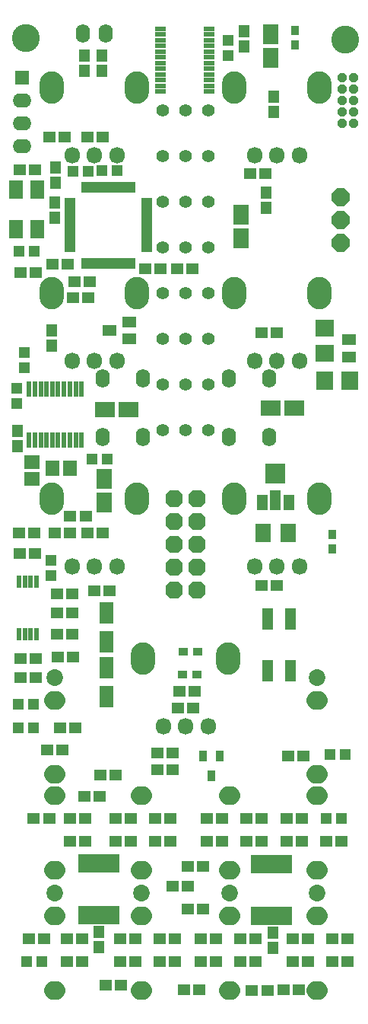
<source format=gts>
G04 DipTrace 3.2.0.1*
G04 beehive.GTS*
%MOIN*%
G04 #@! TF.FileFunction,Soldermask,Top*
G04 #@! TF.Part,Single*
%AMOUTLINE1*
4,1,4,
-0.039433,0.035496,
0.039433,0.035496,
0.039433,-0.035496,
-0.039433,-0.035496,
-0.039433,0.035496,
0*%
%AMOUTLINE4*
4,1,4,
0.035496,0.039433,
0.035496,-0.039433,
-0.035496,-0.039433,
-0.035496,0.039433,
0.035496,0.039433,
0*%
%AMOUTLINE7*
4,1,4,
-0.033528,0.04337,
-0.033528,-0.04337,
0.033528,-0.04337,
0.033528,0.04337,
-0.033528,0.04337,
0*%
%AMOUTLINE10*
4,1,4,
-0.031559,0.047307,
-0.031559,-0.047307,
0.031559,-0.047307,
0.031559,0.047307,
-0.031559,0.047307,
0*%
%AMOUTLINE13*
4,1,4,
0.023685,-0.025654,
-0.023685,-0.025654,
-0.023685,0.025654,
0.023685,0.025654,
0.023685,-0.025654,
0*%
%AMOUTLINE16*
4,1,4,
0.025654,0.023685,
0.025654,-0.023685,
-0.025654,-0.023685,
-0.025654,0.023685,
0.025654,0.023685,
0*%
%AMOUTLINE19*
4,1,4,
-0.04337,-0.033528,
0.04337,-0.033528,
0.04337,0.033528,
-0.04337,0.033528,
-0.04337,-0.033528,
0*%
%AMOUTLINE22*
4,1,4,
-0.025654,-0.023685,
-0.025654,0.023685,
0.025654,0.023685,
0.025654,-0.023685,
-0.025654,-0.023685,
0*%
%AMOUTLINE25*
4,1,4,
-0.023685,0.025654,
0.023685,0.025654,
0.023685,-0.025654,
-0.023685,-0.025654,
-0.023685,0.025654,
0*%
%AMOUTLINE28*
4,1,4,
0.029591,0.033528,
0.029591,-0.033528,
-0.029591,-0.033528,
-0.029591,0.033528,
0.029591,0.033528,
0*%
%AMOUTLINE31*
4,1,4,
-0.031559,0.023685,
-0.031559,-0.023685,
0.031559,-0.023685,
0.031559,0.023685,
-0.031559,0.023685,
0*%
%AMOUTLINE34*
4,1,8,
-0.039108,0.016199,
-0.016199,0.039108,
0.016199,0.039108,
0.039108,0.016199,
0.039108,-0.016199,
0.016199,-0.039108,
-0.016199,-0.039108,
-0.039108,-0.016199,
-0.039108,0.016199,
0*%
%AMOUTLINE37*
4,1,4,
0.023685,-0.010496,
0.023685,0.010496,
-0.023685,0.010496,
-0.023685,-0.010496,
0.023685,-0.010496,
0*%
%AMOUTLINE40*
4,1,4,
0.023685,0.033528,
-0.023685,0.033528,
-0.023685,-0.033528,
0.023685,-0.033528,
0.023685,0.033528,
0*%
%AMOUTLINE43*
4,1,4,
0.023685,0.04337,
-0.023685,0.04337,
-0.023685,-0.04337,
0.023685,-0.04337,
0.023685,0.04337,
0*%
%AMOUTLINE46*
4,1,4,
-0.04337,0.04337,
-0.04337,-0.04337,
0.04337,-0.04337,
0.04337,0.04337,
-0.04337,0.04337,
0*%
%AMOUTLINE49*
4,1,4,
0.023685,-0.009,
0.023685,0.009,
-0.023685,0.009,
-0.023685,-0.009,
0.023685,-0.009,
0*%
%AMOUTLINE52*
4,1,4,
0.009,-0.023685,
0.009,0.023685,
-0.009,0.023685,
-0.009,-0.023685,
0.009,-0.023685,
0*%
%AMOUTLINE55*
4,1,4,
-0.011,0.032,
-0.011,-0.032,
0.011,-0.032,
0.011,0.032,
-0.011,0.032,
0*%
%AMOUTLINE58*
4,1,4,
-0.011874,0.039433,
0.011874,0.039433,
0.011874,-0.039433,
-0.011874,-0.039433,
-0.011874,0.039433,
0*%
%AMOUTLINE61*
4,1,4,
0.01089,0.027622,
-0.01089,0.027622,
-0.01089,-0.027622,
0.01089,-0.027622,
0.01089,0.027622,
0*%
%AMOUTLINE64*
4,1,4,
-0.01778,-0.023685,
0.01778,-0.023685,
0.01778,0.023685,
-0.01778,0.023685,
-0.01778,-0.023685,
0*%
%AMOUTLINE67*
4,1,16,
-0.005451,0.0415,
-0.023051,0.037483,
-0.037527,0.025939,
-0.04556,0.009258,
-0.04556,-0.009258,
-0.037527,-0.025939,
-0.023051,-0.037483,
-0.005451,-0.0415,
0.005451,-0.0415,
0.023051,-0.037483,
0.037527,-0.025939,
0.04556,-0.009258,
0.04556,0.009258,
0.037527,0.025939,
0.023051,0.037483,
0.005451,0.0415,
-0.005451,0.0415,
0*%
%AMOUTLINE69*
4,1,8,
0.008419,0.020325,
0.020325,0.008419,
0.020325,-0.008419,
0.008419,-0.020325,
-0.008419,-0.020325,
-0.020325,-0.008419,
-0.020325,0.008419,
-0.008419,0.020325,
0.008419,0.020325,
0*%
%AMOUTLINE71*
4,1,4,
0.030163,-0.03016,
-0.030114,-0.030208,
-0.030211,0.030118,
0.030163,0.030166,
0.030163,-0.03016,
0*%
%AMOUTLINE74*
4,1,8,
-0.015816,-0.038184,
-0.038184,-0.015816,
-0.038184,0.015816,
-0.015816,0.038184,
0.015816,0.038184,
0.038184,0.015816,
0.038184,-0.015816,
0.015816,-0.038184,
-0.015816,-0.038184,
0*%
%AMOUTLINE77*
4,1,4,
-0.028606,0.021717,
-0.028606,-0.021717,
0.028606,-0.021717,
0.028606,0.021717,
-0.028606,0.021717,
0*%
%AMOUTLINE80*
4,1,4,
0.020732,0.01778,
-0.020732,0.01778,
-0.020732,-0.01778,
0.020732,-0.01778,
0.020732,0.01778,
0*%
%AMOUTLINE83*
4,1,4,
0.01778,-0.020732,
0.01778,0.020732,
-0.01778,0.020732,
-0.01778,-0.020732,
0.01778,-0.020732,
0*%
%AMOUTLINE86*
4,1,4,
-0.031559,0.041402,
-0.031559,-0.041402,
0.031559,-0.041402,
0.031559,0.041402,
-0.031559,0.041402,
0*%
%AMOUTLINE89*
4,1,16,
0.054,0.017951,
0.048745,0.040974,
0.033733,0.0598,
0.012039,0.070247,
-0.012039,0.070247,
-0.033733,0.0598,
-0.048745,0.040974,
-0.054,0.017951,
-0.054,-0.017951,
-0.048745,-0.040974,
-0.033733,-0.0598,
-0.012039,-0.070247,
0.012039,-0.070247,
0.033733,-0.0598,
0.048745,-0.040974,
0.054,-0.017951,
0.054,0.017951,
0*%
%ADD49C,0.122047*%
%ADD59O,0.068X0.073*%
%ADD61C,0.055559*%
%ADD63O,0.082X0.062*%
%ADD65O,0.062X0.082*%
%ADD67C,0.073*%
%ADD69R,0.04737X0.094614*%
%ADD71R,0.067055X0.059181*%
%ADD73R,0.04737X0.051307*%
%ADD75R,0.070992X0.078866*%
%ADD77R,0.051307X0.04737*%
%ADD83OUTLINE1*%
%ADD86OUTLINE4*%
%ADD89OUTLINE7*%
%ADD92OUTLINE10*%
%ADD95OUTLINE13*%
%ADD98OUTLINE16*%
%ADD101OUTLINE19*%
%ADD104OUTLINE22*%
%ADD107OUTLINE25*%
%ADD110OUTLINE28*%
%ADD113OUTLINE31*%
%ADD116OUTLINE34*%
%ADD119OUTLINE37*%
%ADD122OUTLINE40*%
%ADD125OUTLINE43*%
%ADD128OUTLINE46*%
%ADD131OUTLINE49*%
%ADD134OUTLINE52*%
%ADD137OUTLINE55*%
%ADD140OUTLINE58*%
%ADD143OUTLINE61*%
%ADD146OUTLINE64*%
%ADD149OUTLINE67*%
%ADD151OUTLINE69*%
%ADD153OUTLINE71*%
%ADD156OUTLINE74*%
%ADD159OUTLINE77*%
%ADD162OUTLINE80*%
%ADD165OUTLINE83*%
%ADD168OUTLINE86*%
%ADD171OUTLINE89*%
%FSLAX26Y26*%
G04*
G70*
G90*
G75*
G01*
G04 TopMask*
%LPD*%
D83*
X1787507Y3340805D3*
Y3230568D3*
D86*
X1899538Y3110973D3*
X1789302D3*
D89*
X1420264Y3838144D3*
Y3735782D3*
D92*
X831996Y2095581D3*
Y1969597D3*
X830206Y1854410D3*
Y1728425D3*
D95*
X1532219Y3935984D3*
Y3869055D3*
D89*
X1552571Y4629105D3*
Y4526743D3*
D95*
X1433024Y4640765D3*
Y4573836D3*
D77*
X811240Y4030421D3*
X878170D3*
X750344Y4029553D3*
X683415D3*
D98*
X1461061Y4019675D3*
X1527990D3*
X749029Y4176822D3*
X815958D3*
D75*
X1628603Y2444150D3*
X1518366D3*
D98*
X516578Y4035373D3*
X449649D3*
D95*
X1563249Y4354505D3*
Y4287575D3*
D101*
X824233Y2985259D3*
X926595D3*
D73*
X436457Y3077036D3*
Y3010106D3*
X471813Y3168912D3*
Y3235841D3*
D104*
X521897Y3586652D3*
X454967D3*
X595613Y3621127D3*
X662542D3*
D77*
X447828Y3679924D3*
X514758D3*
D101*
X1550771Y2993272D3*
X1653133D3*
D98*
X1001974Y3603013D3*
X1068903D3*
X1140121Y3600579D3*
X1207050D3*
X752074Y3475161D3*
X685145D3*
X756695Y3545041D3*
X689765D3*
D107*
X441667Y2825369D3*
Y2892298D3*
D77*
X766578Y2768912D3*
X833507D3*
D71*
X503032Y2755223D3*
Y2680420D3*
D89*
X822827Y2681412D3*
Y2579050D3*
D110*
X595781Y2728096D3*
X670584D3*
D98*
X1578453Y3322702D3*
X1511524D3*
D104*
X681292Y2096127D3*
X614362D3*
D95*
X591100Y3331444D3*
Y3264515D3*
D104*
X747828Y2443912D3*
X814758D3*
D95*
X798733Y699112D3*
Y632182D3*
D73*
X586504Y2258003D3*
Y2324932D3*
D104*
X1485986Y568912D3*
X1419057D3*
X1512542Y1193912D3*
X1445613D3*
X723915Y568912D3*
X656986D3*
X737542Y1193912D3*
X670613D3*
X522827Y1812661D3*
X455898D3*
X514758Y2443912D3*
X447828D3*
D95*
X1562523Y695155D3*
Y628226D3*
D98*
X683240Y1900286D3*
X616311D3*
X1647170Y568912D3*
X1714099D3*
X1620613Y1193912D3*
X1687542D3*
X890566Y568912D3*
X957495D3*
X870613Y1193912D3*
X937542D3*
X1121007Y1406820D3*
X1054078D3*
X1145659Y1679214D3*
X1212588D3*
X778779Y2190113D3*
X845708D3*
X1578076Y2213521D3*
X1511147D3*
X637269Y1494370D3*
X570340D3*
X1889099Y568912D3*
X1822170D3*
D77*
X1810328Y1475161D3*
X1877258D3*
X481986Y568912D3*
X548915D3*
D98*
X579834Y1195243D3*
X512904D3*
D104*
X1609142Y443912D3*
X1676071D3*
X1170613D3*
X1237542D3*
X1862542Y1093912D3*
X1795613D3*
D113*
X930213Y3293790D3*
Y3368593D3*
X843599Y3331192D3*
D69*
X1537933Y1843179D3*
X1637933D3*
Y2067982D3*
X1537933D3*
D116*
X1857273Y3714999D3*
Y3814999D3*
Y3914999D3*
D119*
X1068045Y4652417D3*
Y4627417D3*
Y4602417D3*
Y4577417D3*
Y4552417D3*
Y4527417D3*
Y4502417D3*
Y4477417D3*
Y4452417D3*
Y4427417D3*
Y4402417D3*
Y4377417D3*
X1282612D3*
Y4402417D3*
Y4427417D3*
Y4452417D3*
Y4477417D3*
Y4502417D3*
Y4527417D3*
Y4552417D3*
Y4577417D3*
Y4602417D3*
Y4627417D3*
Y4652417D3*
G36*
X1533903Y2609214D2*
X1492617D1*
Y2547173D1*
X1533903D1*
Y2609214D1*
G37*
G36*
X1652006D2*
X1610720D1*
Y2547173D1*
X1652006D1*
Y2609214D1*
G37*
G36*
X1592946D2*
X1551660D1*
Y2547173D1*
X1592946D1*
Y2609214D1*
G37*
D122*
X1513269Y2578465D3*
D125*
X1572285Y2588465D3*
D128*
Y2703465D3*
D122*
X1631301Y2578465D3*
D131*
X672827Y3900161D3*
Y3880476D3*
Y3860791D3*
Y3841106D3*
Y3821421D3*
Y3801736D3*
Y3782051D3*
Y3762366D3*
Y3742681D3*
Y3722996D3*
Y3703311D3*
Y3683626D3*
D134*
X731882Y3624571D3*
X751567D3*
X771252D3*
X790937D3*
X810622D3*
X830307D3*
X849992D3*
X869677D3*
X889362D3*
X909048D3*
X928733D3*
X948418D3*
D131*
X1007473Y3683626D3*
Y3703311D3*
Y3722996D3*
Y3742681D3*
Y3762366D3*
Y3782051D3*
Y3801736D3*
Y3821421D3*
Y3841106D3*
Y3860791D3*
Y3880476D3*
Y3900161D3*
D134*
X948418Y3959217D3*
X928733D3*
X909048D3*
X889362D3*
X869677D3*
X849992D3*
X830307D3*
X810622D3*
X790937D3*
X771252D3*
X751567D3*
X731882D3*
D137*
X491578Y2850163D3*
X517578D3*
X543578D3*
X568578D3*
X594578D3*
X619578D3*
X645759D3*
X670759D3*
X696759D3*
X722759D3*
Y3074163D3*
X696759D3*
X670759D3*
X645759D3*
X619578D3*
X594578D3*
X568578D3*
X543578D3*
X517578D3*
X491578D3*
D140*
X1479078Y767988D3*
X1504668D3*
X1530259D3*
X1555849D3*
X1581440D3*
X1607030D3*
X1632621Y767996D3*
Y996335D3*
X1607030D3*
X1581440D3*
X1555849D3*
X1530259D3*
X1504668D3*
X1479078D3*
X721806Y771717D3*
X747397D3*
X772987D3*
X798578D3*
X824168D3*
X849759D3*
X875349Y771724D3*
Y1000063D3*
X849759D3*
X824168D3*
X798578D3*
X772987D3*
X747397D3*
X721806D3*
D143*
X447828Y2000161D3*
X473419D3*
X499009D3*
X524600D3*
Y2230476D3*
X499009D3*
X473419D3*
X447828D3*
D146*
X1329078Y1468912D3*
X1254275D3*
X1291676Y1382298D3*
D149*
X1372827Y969412D3*
Y1294412D3*
D67*
Y869412D3*
D149*
X1754078Y1712161D3*
Y1387161D3*
D67*
Y1812161D3*
D149*
X985327Y969412D3*
Y1294412D3*
D67*
Y869412D3*
D149*
X604078Y1712161D3*
Y1387161D3*
D67*
Y1812161D3*
D149*
Y969412D3*
Y1294412D3*
D67*
Y869412D3*
D149*
X1754078Y768412D3*
Y443412D3*
D67*
Y868412D3*
D149*
Y969412D3*
Y1294412D3*
D67*
Y869412D3*
D149*
X1372827Y768412D3*
Y443412D3*
D67*
Y868412D3*
D149*
X985327Y768412D3*
Y443412D3*
D67*
Y868412D3*
D149*
X604078Y768412D3*
Y443412D3*
D67*
Y868412D3*
D151*
X1913949Y4238955D3*
X1863950D3*
X1913949Y4288955D3*
X1863950D3*
X1913949Y4338955D3*
X1863950D3*
X1913949Y4388955D3*
X1863950D3*
X1913949Y4438955D3*
X1863950D3*
D65*
X729078Y4631412D3*
X829078D3*
D153*
X460327Y4439849D3*
D63*
Y4339849D3*
Y4239849D3*
Y4139849D3*
D156*
X1129078Y2593912D3*
X1229078D3*
X1129078Y2493912D3*
X1229078D3*
X1129078Y2393912D3*
X1229078D3*
X1129078Y2293912D3*
X1229078D3*
X1129078Y2193912D3*
X1229078D3*
D159*
X1894130Y3215689D3*
Y3290492D3*
D162*
X1167179Y1926572D3*
X1230171D3*
X1164263Y1825761D3*
X1227255D3*
D165*
X1657727Y4645007D3*
Y4582015D3*
X1820469Y2439217D3*
Y2376224D3*
D61*
X1179078Y4293912D3*
X1079078D3*
X1279078D3*
X1179078Y4093912D3*
X1079078D3*
X1279078D3*
X1179078Y3893912D3*
X1079078D3*
X1279078D3*
X1179078Y3693912D3*
X1079078D3*
X1279078D3*
X1179078Y3493912D3*
X1079078D3*
X1279078D3*
X1179078Y3293912D3*
X1079078D3*
X1279078D3*
X1179078Y3093912D3*
X1079078D3*
X1279078D3*
X1179078Y2893912D3*
X1079078D3*
X1279078D3*
D168*
X529078Y3773675D3*
Y3946903D3*
X434590D3*
Y3773675D3*
D59*
X1677078Y4098912D3*
X1579078Y4098637D3*
X1481078Y4098912D3*
D171*
X1392078Y4393912D3*
X1766078D3*
D59*
X877078Y4098912D3*
X779078Y4098637D3*
X681078Y4098912D3*
D171*
X592078Y4393912D3*
X966078D3*
D73*
X1363474Y4602646D3*
Y4535717D3*
D98*
X647827Y4180085D3*
X580898D3*
D95*
X607527Y3979497D3*
Y4046427D3*
X606112Y3824814D3*
Y3891743D3*
D59*
X1677078Y3198912D3*
X1579078Y3198637D3*
X1481078Y3198912D3*
D171*
X1392078Y3493912D3*
X1766078D3*
D59*
X877078Y3198912D3*
X779078Y3198637D3*
X681078Y3198912D3*
D171*
X592078Y3493912D3*
X966078D3*
D95*
X735327Y4535841D3*
Y4468912D3*
X810327Y4535644D3*
Y4468715D3*
D104*
X681292Y2177377D3*
X614362D3*
X672828Y2518912D3*
X739758D3*
X800042Y1291697D3*
X733113D3*
D77*
X1795613Y1193912D3*
X1862542D3*
D98*
X558009Y668912D3*
X491080D3*
X604078Y2443912D3*
X671007D3*
X1419057Y668912D3*
X1485986D3*
X1445613Y1093912D3*
X1512542D3*
X656986Y668912D3*
X723915D3*
X670613Y1093912D3*
X737542D3*
D104*
X614362Y2002377D3*
X681292D3*
D98*
X454078Y1893912D3*
X521007D3*
X1065566Y668912D3*
X1132495D3*
X1469389Y443379D3*
X1536318D3*
X1310986Y668912D3*
X1244057D3*
X1337542Y1093912D3*
X1270613D3*
X1045613D3*
X1112542D3*
X449649Y2356412D3*
X516578D3*
X1065566Y568912D3*
X1132495D3*
D104*
X1310986D3*
X1244057D3*
X1714099Y668912D3*
X1647170D3*
X1687542Y1093912D3*
X1620613D3*
X1337542Y1193912D3*
X1270613D3*
X957495Y668912D3*
X890566D3*
X938075Y1095511D3*
X871146D3*
X1045613Y1193912D3*
X1112542D3*
D98*
X1054078Y1481820D3*
X1121007D3*
X827534Y464557D3*
X894464D3*
X870017Y1385448D3*
X803088D3*
X1822170Y668912D3*
X1889099D3*
X1629078Y1468912D3*
X1696007D3*
D59*
X1677078Y2298912D3*
X1579078Y2298637D3*
X1481078Y2298912D3*
D171*
X1392078Y2593912D3*
X1766078D3*
D59*
X1277078Y1598912D3*
X1179078Y1598637D3*
X1081078Y1598912D3*
D171*
X992078Y1893912D3*
X1366078D3*
D59*
X877078Y2298912D3*
X779078Y2298637D3*
X681078Y2298912D3*
D171*
X592078Y2593912D3*
X966078D3*
D98*
X629121Y1591329D3*
X696050D3*
D77*
X511271Y1695703D3*
X444342D3*
X509859Y1591163D3*
X442929D3*
D98*
X1217453Y1752570D3*
X1150524D3*
X1120521Y898568D3*
X1187450D3*
X1188915Y798550D3*
X1255844D3*
D104*
X1255630Y984198D3*
X1188701D3*
D65*
X1545481Y2866311D3*
Y3122311D3*
X1367481Y2866311D3*
Y3122311D3*
X813176Y3121912D3*
Y2865912D3*
X991176Y3121912D3*
Y2865912D3*
D49*
X479078Y4612661D3*
X1879078Y4606411D3*
M02*

</source>
